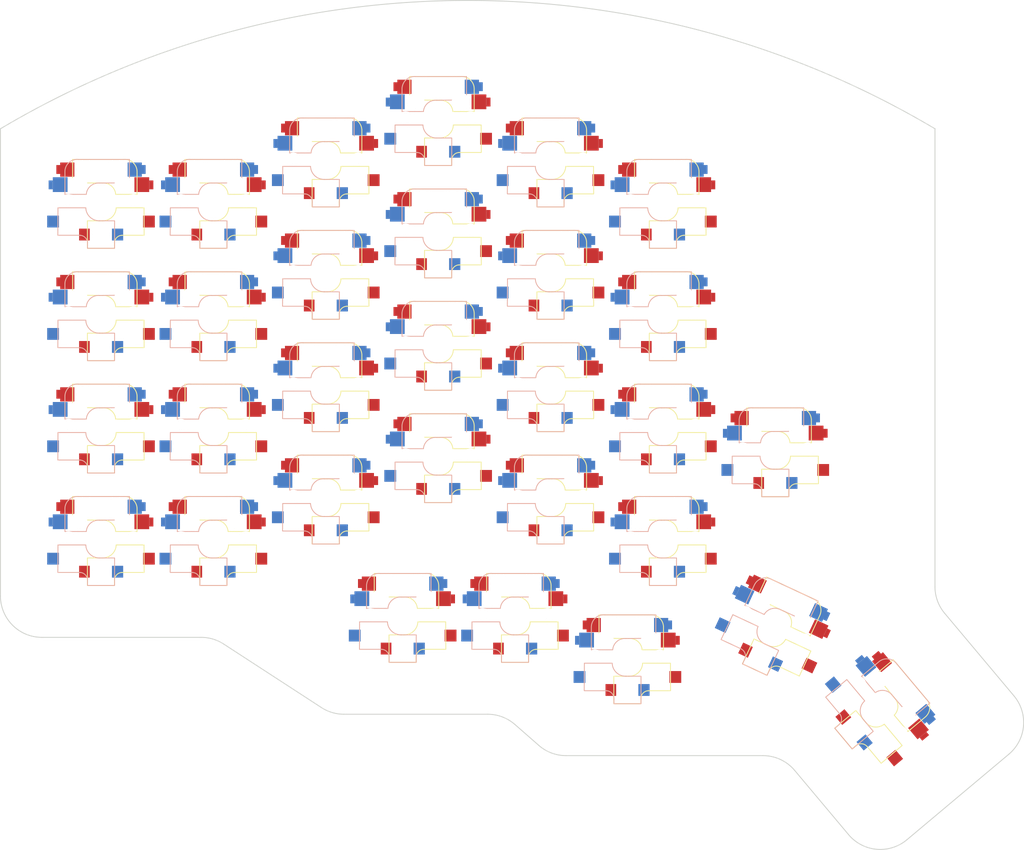
<source format=kicad_pcb>
(kicad_pcb (version 20211014) (generator pcbnew)
  (title_block (title "hotswap_cut") (rev "v1.0.0") (company "Unknown"))
  (layers (0 "F.Cu" signal) (31 "B.Cu" signal) (34 "B.Paste" user) (35 "F.Paste" user) (36 "B.SilkS" user "B.Silkscreen") (37 "F.SilkS" user "F.Silkscreen") (38 "B.Mask" user) (39 "F.Mask" user) (44 "Edge.Cuts" user))
  (net 0 "")
  (footprint "Moon60footprints:MX_Choc_Hotswap" (layer "F.Cu") (at 38 -45)
    (fp_text reference "SW2" hide)
    (fp_text value "SW_PUSH" hide)
  )
  (footprint "Moon60footprints:MX_Choc_Hotswap" (layer "F.Cu") (at 89 20)
    (fp_text reference "SW2" hide)
    (fp_text value "SW_PUSH" hide)
  )
  (footprint "Moon60footprints:MX_Choc_Hotswap" (layer "F.Cu") (at 114 -15)
    (fp_text reference "SW2" hide)
    (fp_text value "SW_PUSH" hide)
  )
  (footprint "Moon60footprints:MX_Choc_Hotswap" (layer "F.Cu") (at 38 -7)
    (fp_text reference "SW2" hide)
    (fp_text value "SW_PUSH" hide)
  )
  (footprint "Moon60footprints:MX_Choc_Hotswap" (layer "F.Cu") (at 57 -71)
    (fp_text reference "SW2" hide)
    (fp_text value "SW_PUSH" hide)
  )
  (footprint "Moon60footprints:MX_Choc_Hotswap" (layer "F.Cu") (at 38 -26)
    (fp_text reference "SW2" hide)
    (fp_text value "SW_PUSH" hide)
  )
  (footprint "Moon60footprints:MX_Choc_Hotswap" (layer "F.Cu") (at 114 15 -25)
    (fp_text reference "SW2" hide)
    (fp_text value "SW_PUSH" hide)
  )
  (footprint "Moon60footprints:MX_Choc_Hotswap" (layer "F.Cu") (at 76 -45)
    (fp_text reference "SW2" hide)
    (fp_text value "SW_PUSH" hide)
  )
  (footprint "Moon60footprints:MX_Choc_Hotswap" (layer "F.Cu") (at 19 -19)
    (fp_text reference "SW2" hide)
    (fp_text value "SW_PUSH" hide)
  )
  (footprint "Moon60footprints:MX_Choc_Hotswap" (layer "F.Cu") (at 76 -64)
    (fp_text reference "SW2" hide)
    (fp_text value "SW_PUSH" hide)
  )
  (footprint "Moon60footprints:MX_Choc_Hotswap" (layer "F.Cu") (at 95 0)
    (fp_text reference "SW2" hide)
    (fp_text value "SW_PUSH" hide)
  )
  (footprint "Moon60footprints:MX_Choc_Hotswap" (layer "F.Cu") (at 95 -38)
    (fp_text reference "SW2" hide)
    (fp_text value "SW_PUSH" hide)
  )
  (footprint "Moon60footprints:MX_Choc_Hotswap" (layer "F.Cu") (at 0 0)
    (fp_text reference "SW2" hide)
    (fp_text value "SW_PUSH" hide)
  )
  (footprint "Moon60footprints:MX_Choc_Hotswap" (layer "F.Cu") (at 95 -19)
    (fp_text reference "SW2" hide)
    (fp_text value "SW_PUSH" hide)
  )
  (footprint "Moon60footprints:MX_Choc_Hotswap" (layer "F.Cu") (at 70 13)
    (fp_text reference "SW2" hide)
    (fp_text value "SW_PUSH" hide)
  )
  (footprint "Moon60footprints:MX_Choc_Hotswap" (layer "F.Cu") (at 51 13)
    (fp_text reference "SW2" hide)
    (fp_text value "SW_PUSH" hide)
  )
  (footprint "Moon60footprints:MX_Choc_Hotswap" (layer "F.Cu") (at 19 -38)
    (fp_text reference "SW2" hide)
    (fp_text value "SW_PUSH" hide)
  )
  (footprint "Moon60footprints:MX_Choc_Hotswap" (layer "F.Cu") (at 19 -57)
    (fp_text reference "SW2" hide)
    (fp_text value "SW_PUSH" hide)
  )
  (footprint "Moon60footprints:MX_Choc_Hotswap" (layer "F.Cu") (at 57 -14)
    (fp_text reference "SW2" hide)
    (fp_text value "SW_PUSH" hide)
  )
  (footprint "Moon60footprints:MX_Choc_Hotswap" (layer "F.Cu") (at 76 -7)
    (fp_text reference "SW2" hide)
    (fp_text value "SW_PUSH" hide)
  )
  (footprint "Moon60footprints:MX_Choc_Hotswap" (layer "F.Cu") (at 57 -52)
    (fp_text reference "SW2" hide)
    (fp_text value "SW_PUSH" hide)
  )
  (footprint "Moon60footprints:MX_Choc_Hotswap" (layer "F.Cu") (at 0 -38)
    (fp_text reference "SW2" hide)
    (fp_text value "SW_PUSH" hide)
  )
  (footprint "Moon60footprints:MX_Choc_Hotswap" (layer "F.Cu") (at 0 -19)
    (fp_text reference "SW2" hide)
    (fp_text value "SW_PUSH" hide)
  )
  (footprint "Moon60footprints:MX_Choc_Hotswap" (layer "F.Cu") (at 38 -64)
    (fp_text reference "SW2" hide)
    (fp_text value "SW_PUSH" hide)
  )
  (footprint "Moon60footprints:MX_Choc_Hotswap" (layer "F.Cu") (at 57 -33)
    (fp_text reference "SW2" hide)
    (fp_text value "SW_PUSH" hide)
  )
  (footprint "Moon60footprints:MX_Choc_Hotswap" (layer "F.Cu") (at 131.82568 28.829141 -50)
    (fp_text reference "SW2" hide)
    (fp_text value "SW_PUSH" hide)
  )
  (footprint "Moon60footprints:MX_Choc_Hotswap" (layer "F.Cu") (at 95 -57)
    (fp_text reference "SW2" hide)
    (fp_text value "SW_PUSH" hide)
  )
  (footprint "Moon60footprints:MX_Choc_Hotswap" (layer "F.Cu") (at 19 0)
    (fp_text reference "SW2" hide)
    (fp_text value "SW_PUSH" hide)
  )
  (footprint "Moon60footprints:MX_Choc_Hotswap" (layer "F.Cu") (at 76 -26)
    (fp_text reference "SW2" hide)
    (fp_text value "SW_PUSH" hide)
  )
  (footprint "Moon60footprints:MX_Choc_Hotswap" (layer "F.Cu") (at 0 -57)
    (fp_text reference "SW2" hide)
    (fp_text value "SW_PUSH" hide)
  )
  (gr_arc (start 154.353741 26.896148) (mid 155.964793 32.005751) (end 153.490943 36.757972) (layer "Edge.Cuts") (width 0.15))
  (gr_arc (start 78.630146 37) (mid 76.168059 36.552719) (end 74.020614 35.268037) (layer "Edge.Cuts") (width 0.15))
  (gr_line (start 154.353741 26.896148) (end 142.637689 12.9335) (layer "Edge.Cuts") (width 0.15))
  (gr_line (start 136.254944 51.220693) (end 153.490943 36.757972) (layer "Edge.Cuts") (width 0.15))
  (gr_line (start -16.974062 -69) (end -17 -69) (layer "Edge.Cuts") (width 0.15))
  (gr_line (start 69.979386 31.731963) (end 74.020614 35.268037) (layer "Edge.Cuts") (width 0.15))
  (gr_line (start 141 8.433987) (end 141 -69) (layer "Edge.Cuts") (width 0.15))
  (gr_arc (start 41.075081 30) (mid 39.085575 29.711324) (end 37.260162 28.869105) (layer "Edge.Cuts") (width 0.15))
  (gr_arc (start 136.254944 51.220693) (mid 131.14534 52.831745) (end 126.393119 50.357896) (layer "Edge.Cuts") (width 0.15))
  (gr_arc (start 142.637689 12.9335) (mid 141.422152 10.828128) (end 141 8.433987) (layer "Edge.Cuts") (width 0.15))
  (gr_line (start -17 10) (end -17 -69) (layer "Edge.Cuts") (width 0.15))
  (gr_line (start 41.075081 30) (end 65.369854 30) (layer "Edge.Cuts") (width 0.15))
  (gr_arc (start -16.974061 -69) (mid 62 -90.68) (end 140.974062 -69) (layer "Edge.Cuts") (width 0.15))
  (gr_line (start 20.739838 18.130895) (end 37.260162 28.869105) (layer "Edge.Cuts") (width 0.15))
  (gr_line (start 78.630146 37) (end 111.92036 37) (layer "Edge.Cuts") (width 0.15))
  (gr_arc (start 111.92036 37) (mid 114.878688 37.655846) (end 117.282671 39.500487) (layer "Edge.Cuts") (width 0.15))
  (gr_arc (start 16.924919 17) (mid 18.914425 17.288676) (end 20.739838 18.130895) (layer "Edge.Cuts") (width 0.15))
  (gr_arc (start 65.369854 30) (mid 67.831941 30.447281) (end 69.979386 31.731963) (layer "Edge.Cuts") (width 0.15))
  (gr_line (start 117.282671 39.500487) (end 126.393119 50.357895) (layer "Edge.Cuts") (width 0.15))
  (gr_line (start -10 17) (end 16.924919 17) (layer "Edge.Cuts") (width 0.15))
  (gr_arc (start -10 17) (mid -14.949747 14.949747) (end -17 10) (layer "Edge.Cuts") (width 0.15))
  (gr_line (start 141 -69) (end 140.974062 -69) (layer "Edge.Cuts") (width 0.15))
)
</source>
